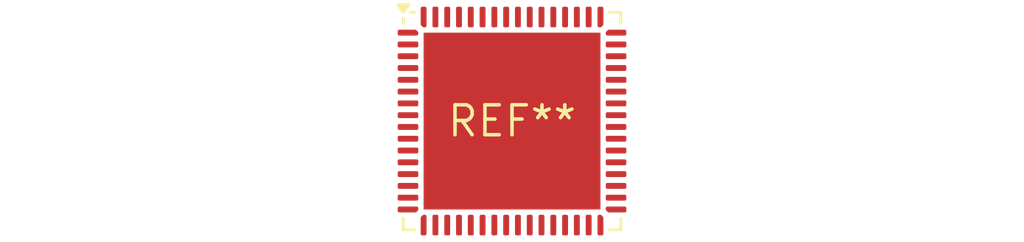
<source format=kicad_pcb>
(kicad_pcb (version 20240108) (generator pcbnew)
  (layers (0 "F.Cu" signal) (31 "B.Cu" signal) (34 "B.Paste" user) (35 "F.Paste" user) (36 "B.SilkS" user "B.Silkscreen") (37 "F.SilkS" user "F.Silkscreen") (38 "B.Mask" user) (39 "F.Mask" user) (44 "Edge.Cuts" user))
  (net 0 "")
  (footprint "QFN-64-1EP_9x9mm_P0.5mm_EP7.5x7.5mm" (layer "F.Cu") (at 0 0)
    (property "Reference" "REF**")
    (property "Value" "QFN-64-1EP_9x9mm_P0.5mm_EP7.5x7.5mm")
    (fp_line (start -4.61 -4.135) (end -4.61 -4.37) (layer "F.SilkS") (stroke (width 0.12)))
    (fp_line (start -4.61 4.61) (end -4.61 4.135) (layer "F.SilkS") (stroke (width 0.12)))
    (fp_line (start -4.135 -4.61) (end -4.31 -4.61) (layer "F.SilkS") (stroke (width 0.12)))
    (fp_line (start -4.135 4.61) (end -4.61 4.61) (layer "F.SilkS") (stroke (width 0.12)))
    (fp_line (start 4.135 -4.61) (end 4.61 -4.61) (layer "F.SilkS") (stroke (width 0.12)))
    (fp_line (start 4.135 4.61) (end 4.61 4.61) (layer "F.SilkS") (stroke (width 0.12)))
    (fp_line (start 4.61 -4.61) (end 4.61 -4.135) (layer "F.SilkS") (stroke (width 0.12)))
    (fp_line (start 4.61 4.61) (end 4.61 4.135) (layer "F.SilkS") (stroke (width 0.12)))
    (fp_poly (pts (xy -4.61 -4.61) (xy -4.85 -4.94) (xy -4.37 -4.94) (xy -4.61 -4.61)) (layer "F.SilkS") (stroke (width 0.12)) (fill solid))
    (pad "1" smd custom (at -4.4125 -3.75) (size 0.179289 0.179289) (layers "F.Cu" "F.Paste" "F.Mask") (options (clearance outline) (anchor circle)) (primitives (gr_poly (pts (xy -0.375 -0.0625) (xy 0.311612 -0.0625) (xy 0.375 0.000888) (xy 0.375 0.0625) (xy -0.375 0.0625)) (width 0.125) (fill yes))))
    (pad "2" smd roundrect (at -4.4125 -3.25) (size 0.875 0.25) (layers "F.Cu" "F.Paste" "F.Mask"))
    (pad "3" smd roundrect (at -4.4125 -2.75) (size 0.875 0.25) (layers "F.Cu" "F.Paste" "F.Mask"))
    (pad "4" smd roundrect (at -4.4125 -2.25) (size 0.875 0.25) (layers "F.Cu" "F.Paste" "F.Mask"))
    (pad "5" smd roundrect (at -4.4125 -1.75) (size 0.875 0.25) (layers "F.Cu" "F.Paste" "F.Mask"))
    (pad "6" smd roundrect (at -4.4125 -1.25) (size 0.875 0.25) (layers "F.Cu" "F.Paste" "F.Mask"))
    (pad "7" smd roundrect (at -4.4125 -0.75) (size 0.875 0.25) (layers "F.Cu" "F.Paste" "F.Mask"))
    (pad "8" smd roundrect (at -4.4125 -0.25) (size 0.875 0.25) (layers "F.Cu" "F.Paste" "F.Mask"))
    (pad "9" smd roundrect (at -4.4125 0.25) (size 0.875 0.25) (layers "F.Cu" "F.Paste" "F.Mask"))
    (pad "10" smd roundrect (at -4.4125 0.75) (size 0.875 0.25) (layers "F.Cu" "F.Paste" "F.Mask"))
    (pad "11" smd roundrect (at -4.4125 1.25) (size 0.875 0.25) (layers "F.Cu" "F.Paste" "F.Mask"))
    (pad "12" smd roundrect (at -4.4125 1.75) (size 0.875 0.25) (layers "F.Cu" "F.Paste" "F.Mask"))
    (pad "13" smd roundrect (at -4.4125 2.25) (size 0.875 0.25) (layers "F.Cu" "F.Paste" "F.Mask"))
    (pad "14" smd roundrect (at -4.4125 2.75) (size 0.875 0.25) (layers "F.Cu" "F.Paste" "F.Mask"))
    (pad "15" smd roundrect (at -4.4125 3.25) (size 0.875 0.25) (layers "F.Cu" "F.Paste" "F.Mask"))
    (pad "16" smd custom (at -4.4125 3.75) (size 0.179289 0.179289) (layers "F.Cu" "F.Paste" "F.Mask") (options (clearance outline) (anchor circle)) (primitives (gr_poly (pts (xy -0.375 -0.0625) (xy 0.375 -0.0625) (xy 0.375 -0.000888) (xy 0.311612 0.0625) (xy -0.375 0.0625)) (width 0.125) (fill yes))))
    (pad "17" smd custom (at -3.75 4.4125) (size 0.179289 0.179289) (layers "F.Cu" "F.Paste" "F.Mask") (options (clearance outline) (anchor circle)) (primitives (gr_poly (pts (xy -0.0625 -0.311612) (xy 0.000888 -0.375) (xy 0.0625 -0.375) (xy 0.0625 0.375) (xy -0.0625 0.375)) (width 0.125) (fill yes))))
    (pad "18" smd roundrect (at -3.25 4.4125) (size 0.25 0.875) (layers "F.Cu" "F.Paste" "F.Mask"))
    (pad "19" smd roundrect (at -2.75 4.4125) (size 0.25 0.875) (layers "F.Cu" "F.Paste" "F.Mask"))
    (pad "20" smd roundrect (at -2.25 4.4125) (size 0.25 0.875) (layers "F.Cu" "F.Paste" "F.Mask"))
    (pad "21" smd roundrect (at -1.75 4.4125) (size 0.25 0.875) (layers "F.Cu" "F.Paste" "F.Mask"))
    (pad "22" smd roundrect (at -1.25 4.4125) (size 0.25 0.875) (layers "F.Cu" "F.Paste" "F.Mask"))
    (pad "23" smd roundrect (at -0.75 4.4125) (size 0.25 0.875) (layers "F.Cu" "F.Paste" "F.Mask"))
    (pad "24" smd roundrect (at -0.25 4.4125) (size 0.25 0.875) (layers "F.Cu" "F.Paste" "F.Mask"))
    (pad "25" smd roundrect (at 0.25 4.4125) (size 0.25 0.875) (layers "F.Cu" "F.Paste" "F.Mask"))
    (pad "26" smd roundrect (at 0.75 4.4125) (size 0.25 0.875) (layers "F.Cu" "F.Paste" "F.Mask"))
    (pad "27" smd roundrect (at 1.25 4.4125) (size 0.25 0.875) (layers "F.Cu" "F.Paste" "F.Mask"))
    (pad "28" smd roundrect (at 1.75 4.4125) (size 0.25 0.875) (layers "F.Cu" "F.Paste" "F.Mask"))
    (pad "29" smd roundrect (at 2.25 4.4125) (size 0.25 0.875) (layers "F.Cu" "F.Paste" "F.Mask"))
    (pad "30" smd roundrect (at 2.75 4.4125) (size 0.25 0.875) (layers "F.Cu" "F.Paste" "F.Mask"))
    (pad "31" smd roundrect (at 3.25 4.4125) (size 0.25 0.875) (layers "F.Cu" "F.Paste" "F.Mask"))
    (pad "32" smd custom (at 3.75 4.4125) (size 0.179289 0.179289) (layers "F.Cu" "F.Paste" "F.Mask") (options (clearance outline) (anchor circle)) (primitives (gr_poly (pts (xy -0.0625 -0.375) (xy -0.000888 -0.375) (xy 0.0625 -0.311612) (xy 0.0625 0.375) (xy -0.0625 0.375)) (width 0.125) (fill yes))))
    (pad "33" smd custom (at 4.4125 3.75) (size 0.179289 0.179289) (layers "F.Cu" "F.Paste" "F.Mask") (options (clearance outline) (anchor circle)) (primitives (gr_poly (pts (xy -0.375 -0.0625) (xy 0.375 -0.0625) (xy 0.375 0.0625) (xy -0.311612 0.0625) (xy -0.375 -0.000888)) (width 0.125) (fill yes))))
    (pad "34" smd roundrect (at 4.4125 3.25) (size 0.875 0.25) (layers "F.Cu" "F.Paste" "F.Mask"))
    (pad "35" smd roundrect (at 4.4125 2.75) (size 0.875 0.25) (layers "F.Cu" "F.Paste" "F.Mask"))
    (pad "36" smd roundrect (at 4.4125 2.25) (size 0.875 0.25) (layers "F.Cu" "F.Paste" "F.Mask"))
    (pad "37" smd roundrect (at 4.4125 1.75) (size 0.875 0.25) (layers "F.Cu" "F.Paste" "F.Mask"))
    (pad "38" smd roundrect (at 4.4125 1.25) (size 0.875 0.25) (layers "F.Cu" "F.Paste" "F.Mask"))
    (pad "39" smd roundrect (at 4.4125 0.75) (size 0.875 0.25) (layers "F.Cu" "F.Paste" "F.Mask"))
    (pad "40" smd roundrect (at 4.4125 0.25) (size 0.875 0.25) (layers "F.Cu" "F.Paste" "F.Mask"))
    (pad "41" smd roundrect (at 4.4125 -0.25) (size 0.875 0.25) (layers "F.Cu" "F.Paste" "F.Mask"))
    (pad "42" smd roundrect (at 4.4125 -0.75) (size 0.875 0.25) (layers "F.Cu" "F.Paste" "F.Mask"))
    (pad "43" smd roundrect (at 4.4125 -1.25) (size 0.875 0.25) (layers "F.Cu" "F.Paste" "F.Mask"))
    (pad "44" smd roundrect (at 4.4125 -1.75) (size 0.875 0.25) (layers "F.Cu" "F.Paste" "F.Mask"))
    (pad "45" smd roundrect (at 4.4125 -2.25) (size 0.875 0.25) (layers "F.Cu" "F.Paste" "F.Mask"))
    (pad "46" smd roundrect (at 4.4125 -2.75) (size 0.875 0.25) (layers "F.Cu" "F.Paste" "F.Mask"))
    (pad "47" smd roundrect (at 4.4125 -3.25) (size 0.875 0.25) (layers "F.Cu" "F.Paste" "F.Mask"))
    (pad "48" smd custom (at 4.4125 -3.75) (size 0.179289 0.179289) (layers "F.Cu" "F.Paste" "F.Mask") (options (clearance outline) (anchor circle)) (primitives (gr_poly (pts (xy -0.375 0.000888) (xy -0.311612 -0.0625) (xy 0.375 -0.0625) (xy 0.375 0.0625) (xy -0.375 0.0625)) (width 0.125) (fill yes))))
    (pad "49" smd custom (at 3.75 -4.4125) (size 0.179289 0.179289) (layers "F.Cu" "F.Paste" "F.Mask") (options (clearance outline) (anchor circle)) (primitives (gr_poly (pts (xy -0.0625 -0.375) (xy 0.0625 -0.375) (xy 0.0625 0.311612) (xy -0.000888 0.375) (xy -0.0625 0.375)) (width 0.125) (fill yes))))
    (pad "50" smd roundrect (at 3.25 -4.4125) (size 0.25 0.875) (layers "F.Cu" "F.Paste" "F.Mask"))
    (pad "51" smd roundrect (at 2.75 -4.4125) (size 0.25 0.875) (layers "F.Cu" "F.Paste" "F.Mask"))
    (pad "52" smd roundrect (at 2.25 -4.4125) (size 0.25 0.875) (layers "F.Cu" "F.Paste" "F.Mask"))
    (pad "53" smd roundrect (at 1.75 -4.4125) (size 0.25 0.875) (layers "F.Cu" "F.Paste" "F.Mask"))
    (pad "54" smd roundrect (at 1.25 -4.4125) (size 0.25 0.875) (layers "F.Cu" "F.Paste" "F.Mask"))
    (pad "55" smd roundrect (at 0.75 -4.4125) (size 0.25 0.875) (layers "F.Cu" "F.Paste" "F.Mask"))
    (pad "56" smd roundrect (at 0.25 -4.4125) (size 0.25 0.875) (layers "F.Cu" "F.Paste" "F.Mask"))
    (pad "57" smd roundrect (at -0.25 -4.4125) (size 0.25 0.875) (layers "F.Cu" "F.Paste" "F.Mask"))
    (pad "58" smd roundrect (at -0.75 -4.4125) (size 0.25 0.875) (layers "F.Cu" "F.Paste" "F.Mask"))
    (pad "59" smd roundrect (at -1.25 -4.4125) (size 0.25 0.875) (layers "F.Cu" "F.Paste" "F.Mask"))
    (pad "60" smd roundrect (at -1.75 -4.4125) (size 0.25 0.875) (layers "F.Cu" "F.Paste" "F.Mask"))
    (pad "61" smd roundrect (at -2.25 -4.4125) (size 0.25 0.875) (layers "F.Cu" "F.Paste" "F.Mask"))
    (pad "62" smd roundrect (at -2.75 -4.4125) (size 0.25 0.875) (layers "F.Cu" "F.Paste" "F.Mask"))
    (pad "63" smd roundrect (at -3.25 -4.4125) (size 0.25 0.875) (layers "F.Cu" "F.Paste" "F.Mask"))
    (pad "64" smd custom (at -3.75 -4.4125) (size 0.179289 0.179289) (layers "F.Cu" "F.Paste" "F.Mask") (options (clearance outline) (anchor circle)) (primitives (gr_poly (pts (xy -0.0625 -0.375) (xy 0.0625 -0.375) (xy 0.0625 0.375) (xy 0.000888 0.375) (xy -0.0625 0.311612)) (width 0.125) (fill yes))))
    (pad "65" smd rect (at 0 0) (size 7.5 7.5) (property pad_prop_heatsink) (layers "F.Cu" "F.Mask"))
  )
)
</source>
